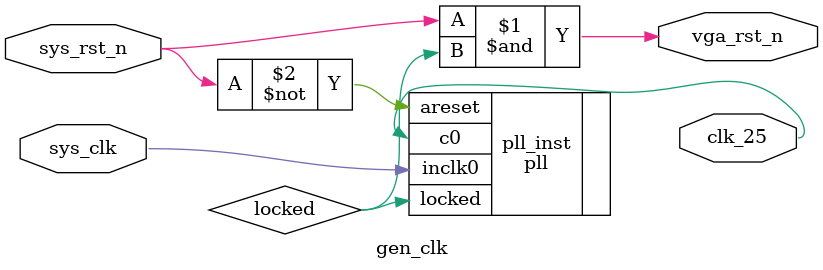
<source format=v>
module gen_clk(
    input  wire  sys_clk    ,
    input  wire  sys_rst_n  ,

    output wire  clk_25     ,
    output wire  vga_rst_n
);
wire locked;
assign vga_rst_n = sys_rst_n & locked;
pll	pll_inst (
	.areset ( ~sys_rst_n )  ,
	.inclk0 ( sys_clk )     ,
	.c0     ( clk_25 )      ,
	.locked ( locked )
	);
endmodule
</source>
